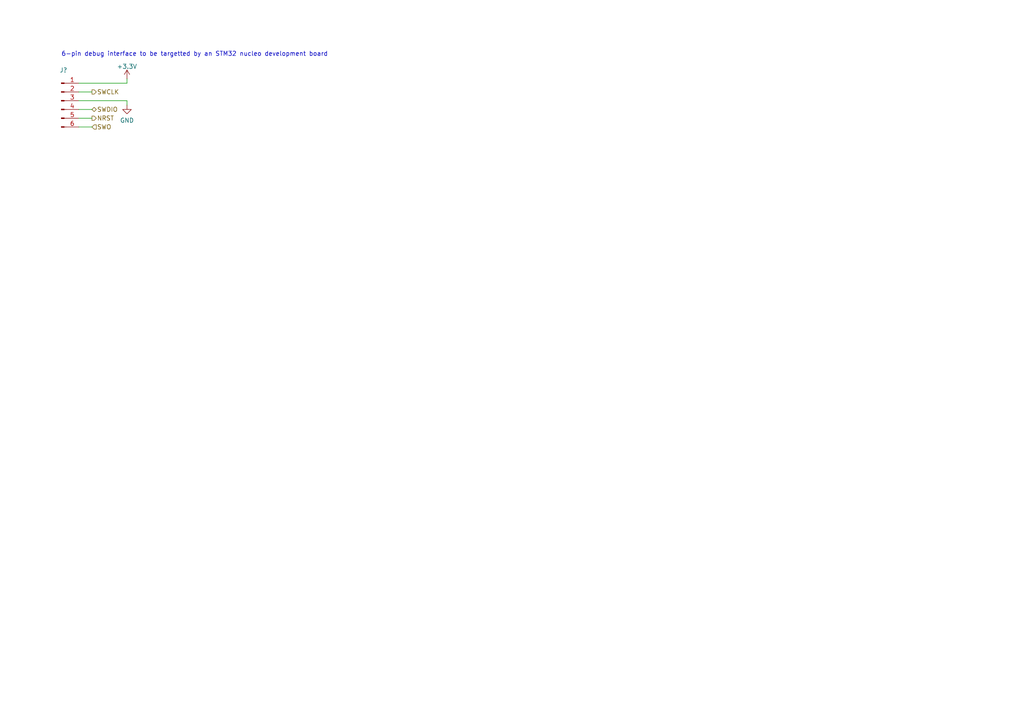
<source format=kicad_sch>
(kicad_sch (version 20211123) (generator eeschema)
  (paper "A4")
  (lib_symbols
    (symbol "Connector:Conn_01x06_Male" (pin_names (offset 1.016) hide)
      (property "Reference" "J" (at 0 7.62 0))
      (property "Value" "Conn_01x06_Male" (at 0 -10.16 0))
      (symbol "Conn_01x06_Male_1_1"
        (polyline (pts (xy 1.27 -7.62) (xy 0.8636 -7.62)) (stroke (width 0.1524)))
        (polyline (pts (xy 1.27 -5.08) (xy 0.8636 -5.08)) (stroke (width 0.1524)))
        (polyline (pts (xy 1.27 -2.54) (xy 0.8636 -2.54)) (stroke (width 0.1524)))
        (polyline (pts (xy 1.27 0) (xy 0.8636 0)) (stroke (width 0.1524)))
        (polyline (pts (xy 1.27 2.54) (xy 0.8636 2.54)) (stroke (width 0.1524)))
        (polyline (pts (xy 1.27 5.08) (xy 0.8636 5.08)) (stroke (width 0.1524)))
        (rectangle (start 0.8636 -7.493) (end 0 -7.747) (stroke (width 0.1524)) (fill (type outline)))
        (rectangle (start 0.8636 -4.953) (end 0 -5.207) (stroke (width 0.1524)) (fill (type outline)))
        (rectangle (start 0.8636 -2.413) (end 0 -2.667) (stroke (width 0.1524)) (fill (type outline)))
        (rectangle (start 0.8636 0.127) (end 0 -0.127) (stroke (width 0.1524)) (fill (type outline)))
        (rectangle (start 0.8636 2.667) (end 0 2.413) (stroke (width 0.1524)) (fill (type outline)))
        (rectangle (start 0.8636 5.207) (end 0 4.953) (stroke (width 0.1524)) (fill (type outline)))
        (pin passive line (at 5.08 5.08 180) (length 3.81) (name "Pin_1") (number "1"))
        (pin passive line (at 5.08 2.54 180) (length 3.81) (name "Pin_2") (number "2"))
        (pin passive line (at 5.08 0 180) (length 3.81) (name "Pin_3") (number "3"))
        (pin passive line (at 5.08 -2.54 180) (length 3.81) (name "Pin_4") (number "4"))
        (pin passive line (at 5.08 -5.08 180) (length 3.81) (name "Pin_5") (number "5"))
        (pin passive line (at 5.08 -7.62 180) (length 3.81) (name "Pin_6") (number "6"))
      )
    )
    (symbol "power:+3.3V" (power) (pin_numbers hide) (pin_names (offset 0) hide)
      (property "Value" "+3.3V" (at 0 3.556 0))
      (symbol "+3.3V_0_1"
        (polyline (pts (xy -0.762 1.27) (xy 0 2.54)))
        (polyline (pts (xy 0 0) (xy 0 2.54)))
        (polyline (pts (xy 0 2.54) (xy 0.762 1.27)))
      )
      (symbol "+3.3V_1_1"
        (pin power_in line (at 0 0 90) (length 0) hide (name "+3.3V") (number "1"))
      )
    )
    (symbol "power:GND" (power) (pin_numbers hide) (pin_names (offset 0) hide)
      (property "Value" "GND" (at 0 -3.81 0))
      (symbol "GND_0_1"
        (polyline (pts (xy 0 0) (xy 0 -1.27) (xy 1.27 -1.27) (xy 0 -2.54) (xy -1.27 -1.27) (xy 0 -1.27)))
      )
      (symbol "GND_1_1"
        (pin power_in line (at 0 0 270) (length 0) hide (name "GND") (number "1"))
      )
    )
  )
  (wire (pts (xy 22.86 29.21) (xy 36.83 29.21)))
  (wire (pts (xy 36.83 29.21) (xy 36.83 30.48)))
  (wire (pts (xy 22.86 24.13) (xy 36.83 24.13)))
  (wire (pts (xy 22.86 31.75) (xy 26.67 31.75)))
  (wire (pts (xy 22.86 36.83) (xy 26.67 36.83)))
  (wire (pts (xy 36.83 24.13) (xy 36.83 22.86)))
  (wire (pts (xy 22.86 34.29) (xy 26.67 34.29)))
  (wire (pts (xy 22.86 26.67) (xy 26.67 26.67)))
  (text "6-pin debug interface to be targetted by an STM32 nucleo development board" (at 17.78 16.51 0) (effects (font (size 1.27 1.27)) (justify left bottom)))
  (hierarchical_label "NRST" (shape output) (at 26.67 34.29 0))
  (hierarchical_label "SWO" (shape input) (at 26.67 36.83 0))
  (hierarchical_label "SWCLK" (shape output) (at 26.67 26.67 0))
  (hierarchical_label "SWDIO" (shape bidirectional) (at 26.67 31.75 0))
  (symbol (lib_id "power:GND") (at 36.83 30.48 0) (unit 1)
    (property "Reference" "#PWR?" (effects hide))
    (property "Value" "GND" (at 36.83 34.9234 0))
  )
  (symbol (lib_id "Connector:Conn_01x06_Male") (at 17.78 29.21 0) (unit 1)
    (property "Reference" "J?" (at 18.415 20.354 0))
    (property "Value" "Conn_01x06_Male" (effects hide))
  )
  (symbol (lib_id "power:+3.3V") (at 36.83 22.86 0) (unit 1)
    (property "Reference" "#PWR?" (effects hide))
    (property "Value" "+3.3V" (at 36.83 19.2842 0))
  )
)
</source>
